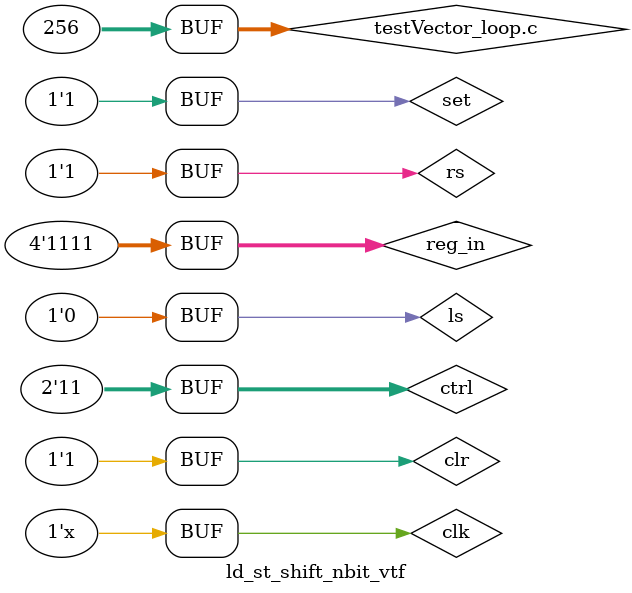
<source format=v>
`timescale 1ns / 1ps


module ld_st_shift_nbit_vtf;

	// Inputs
	reg clk;
	reg clr;
	reg set;
	reg [1:0] ctrl;
	reg ls;
	reg rs;
	reg [3:0] reg_in;
	
	// Outputs
	wire [3:0] reg_out;
	reg [3:0] reg_out_tc;
	reg error;

	//Temporary
	reg [3:0] register;

	// Instantiate the Unit Under Test (UUT)
	ld_st_shift_nbit uut (
		.clk(clk), 
		.clr(clr), 
		.set(set), 
		.ctrl(ctrl), 
		.ls(ls), 
		.rs(rs), 
		.reg_in(reg_in), 
		.reg_out(reg_out)
	);

	initial begin
		clk = 0;
		clr = 1;
		set = 1;
		reg_in = 0;
		ctrl = 0;
		ls = 0;
		rs = 0;
	end
	
	always begin
		//Generate CLOCK signal
		// Wait 100 ns for global reset to finish
		#10 clk = ~clk;

	end
	
	always									
		begin: testVector_loop
		integer c;
		for(c=0;c<256;c=c+1)
		begin: cLoop			//Equations generated by perl script truth_to_equation.pl - equations need simplification eventually
			#20	clr <= ~((c[5]&c[4]&c[3]&c[2]&~c[1]&c[0])|(c[5]&c[4]&c[3]&~c[2]&c[1]&~c[0])|(c[5]&c[4]&c[3]&~c[2]&~c[1]&c[0])|(c[5]&~c[4]&c[3]&c[2]&c[1]&~c[0])|(c[5]&~c[4]&c[3]&c[2]&~c[1]&c[0])|(c[5]&~c[4]&~c[3]&c[2]&c[1]&~c[0])|(c[5]&~c[4]&~c[3]&c[2]&~c[1]&c[0])|(~c[5]&c[4]&c[3]&~c[2]&~c[1]&c[0])|(~c[5]&c[4]&c[3]&~c[2]&~c[1]&~c[0])|(~c[5]&c[4]&~c[3]&c[2]&~c[1]&~c[0])|(~c[5]&~c[4]&c[3]&~c[2]&c[1]&~c[0])|(~c[5]&~c[4]&c[3]&~c[2]&~c[1]&c[0])|(~c[5]&~c[4]&~c[3]&c[2]&~c[1]&c[0]));
					set <= ~((c[5]&c[4]&c[3]&c[2]&~c[1]&c[0])|(c[5]&c[4]&~c[3]&c[2]&c[1]&~c[0])|(c[5]&c[4]&~c[3]&c[2]&~c[1]&c[0])|(c[5]&~c[4]&c[3]&~c[2]&c[1]&~c[0])|(c[5]&~c[4]&c[3]&~c[2]&~c[1]&c[0])|(c[5]&~c[4]&~c[3]&c[2]&c[1]&~c[0])|(c[5]&~c[4]&~c[3]&c[2]&~c[1]&c[0])|(~c[5]&c[4]&c[3]&c[2]&~c[1]&c[0])|(~c[5]&c[4]&c[3]&c[2]&~c[1]&~c[0])|(~c[5]&c[4]&~c[3]&c[2]&~c[1]&~c[0])|(~c[5]&~c[4]&c[3]&c[2]&c[1]&c[0])|(~c[5]&~c[4]&c[3]&c[2]&c[1]&~c[0])|(~c[5]&~c[4]&~c[3]&c[2]&~c[1]&c[0]));
					ls <= ~c[4];
					rs <= c[4]; 
					ctrl[0] <= c[5];
					ctrl[1] <= c[6];
					reg_in <= c[7:4];
		end
		//#250 error=1; //Signal end of run
	end
	
	always@(posedge clk) begin
		if(clr==1'b0) begin reg_out_tc=4'b0000; end
		else if(set==1'b0) begin reg_out_tc=4'b1111; end
		else if(ctrl==2'b00) begin //Store - Output does not change
			if(reg_out_tc==4'b0000) begin reg_out_tc=4'b0000; end
			else if(reg_out_tc==4'b0001) begin reg_out_tc=4'b0001; end
			else if(reg_out_tc==4'b0010) begin reg_out_tc=4'b0010; end
			else if(reg_out_tc==4'b0011) begin reg_out_tc=4'b0011; end
			else if(reg_out_tc==4'b0100) begin reg_out_tc=4'b0100; end
			else if(reg_out_tc==4'b0101) begin reg_out_tc=4'b0101; end
			else if(reg_out_tc==4'b0110) begin reg_out_tc=4'b0110; end
			else if(reg_out_tc==4'b0111) begin reg_out_tc=4'b0111; end
			else if(reg_out_tc==4'b1000) begin reg_out_tc=4'b1000; end
			else if(reg_out_tc==4'b1001) begin reg_out_tc=4'b1001; end
			else if(reg_out_tc==4'b1010) begin reg_out_tc=4'b1010; end
			else if(reg_out_tc==4'b1011) begin reg_out_tc=4'b1011; end
			else if(reg_out_tc==4'b1100) begin reg_out_tc=4'b1100; end
			else if(reg_out_tc==4'b1101) begin reg_out_tc=4'b1101; end
			else if(reg_out_tc==4'b1110) begin reg_out_tc=4'b1110; end
			else if(reg_out_tc==4'b1111) begin reg_out_tc=4'b1111; end
		end	
		else if(ctrl==2'b01) begin //Load
			if(reg_in==4'b0000) begin reg_out_tc=4'b0000; end
			else if(reg_in==4'b0001) begin reg_out_tc=4'b0001; end
			else if(reg_in==4'b0010) begin reg_out_tc=4'b0010; end
			else if(reg_in==4'b0011) begin reg_out_tc=4'b0011; end
			else if(reg_in==4'b0100) begin reg_out_tc=4'b0100; end
			else if(reg_in==4'b0101) begin reg_out_tc=4'b0101; end
			else if(reg_in==4'b0110) begin reg_out_tc=4'b0110; end
			else if(reg_in==4'b0111) begin reg_out_tc=4'b0111; end
			else if(reg_in==4'b1000) begin reg_out_tc=4'b1000; end
			else if(reg_in==4'b1001) begin reg_out_tc=4'b1001; end
			else if(reg_in==4'b1010) begin reg_out_tc=4'b1010; end
			else if(reg_in==4'b1011) begin reg_out_tc=4'b1011; end
			else if(reg_in==4'b1100) begin reg_out_tc=4'b1100; end
			else if(reg_in==4'b1101) begin reg_out_tc=4'b1101; end
			else if(reg_in==4'b1110) begin reg_out_tc=4'b1110; end
			else if(reg_in==4'b1111) begin reg_out_tc=4'b1111; end
		end	
		else if(ctrl==2'b10) begin //left shift
			if(ls==1'b1) begin
				if(reg_out_tc==4'b0000) begin reg_out_tc=4'b0001; end
				else if(reg_out_tc==4'b0001) begin reg_out_tc=4'b0011; end
				else if(reg_out_tc==4'b0010) begin reg_out_tc=4'b0101; end
				else if(reg_out_tc==4'b0011) begin reg_out_tc=4'b0111; end
				else if(reg_out_tc==4'b0100) begin reg_out_tc=4'b1001; end
				else if(reg_out_tc==4'b0101) begin reg_out_tc=4'b1011; end
				else if(reg_out_tc==4'b0110) begin reg_out_tc=4'b1101; end
				else if(reg_out_tc==4'b0111) begin reg_out_tc=4'b1111; end
				else if(reg_out_tc==4'b1000) begin reg_out_tc=4'b0001; end
				else if(reg_out_tc==4'b1001) begin reg_out_tc=4'b0011; end
				else if(reg_out_tc==4'b1010) begin reg_out_tc=4'b0101; end
				else if(reg_out_tc==4'b1011) begin reg_out_tc=4'b0111; end
				else if(reg_out_tc==4'b1100) begin reg_out_tc=4'b1001; end
				else if(reg_out_tc==4'b1101) begin reg_out_tc=4'b1011; end
				else if(reg_out_tc==4'b1110) begin reg_out_tc=4'b1101; end
				else if(reg_out_tc==4'b1111) begin reg_out_tc=4'b1111; end
			end
			else if(ls==1'b0) begin
				if(reg_out_tc==4'b0000) begin reg_out_tc=4'b0000; end
				else if(reg_out_tc==4'b0001) begin reg_out_tc=4'b0010; end
				else if(reg_out_tc==4'b0010) begin reg_out_tc=4'b0100; end
				else if(reg_out_tc==4'b0011) begin reg_out_tc=4'b0110; end
				else if(reg_out_tc==4'b0100) begin reg_out_tc=4'b1000; end
				else if(reg_out_tc==4'b0101) begin reg_out_tc=4'b1010; end
				else if(reg_out_tc==4'b0110) begin reg_out_tc=4'b1100; end
				else if(reg_out_tc==4'b0111) begin reg_out_tc=4'b1110; end
				else if(reg_out_tc==4'b1000) begin reg_out_tc=4'b0000; end
				else if(reg_out_tc==4'b1001) begin reg_out_tc=4'b0010; end
				else if(reg_out_tc==4'b1010) begin reg_out_tc=4'b0100; end
				else if(reg_out_tc==4'b1011) begin reg_out_tc=4'b0110; end
				else if(reg_out_tc==4'b1100) begin reg_out_tc=4'b1000; end
				else if(reg_out_tc==4'b1101) begin reg_out_tc=4'b1010; end
				else if(reg_out_tc==4'b1110) begin reg_out_tc=4'b1100; end
				else if(reg_out_tc==4'b1111) begin reg_out_tc=4'b1110; end
			end
		end
		else if(ctrl==2'b11) begin //Right Shift
			if(rs==2'b1) begin
				if(reg_out_tc==4'b0000) begin reg_out_tc=4'b1000; end
				else if(reg_out_tc==4'b0001) begin reg_out_tc=4'b1000; end
				else if(reg_out_tc==4'b0010) begin reg_out_tc=4'b1001; end
				else if(reg_out_tc==4'b0011) begin reg_out_tc=4'b1001; end
				else if(reg_out_tc==4'b0100) begin reg_out_tc=4'b1010; end
				else if(reg_out_tc==4'b0101) begin reg_out_tc=4'b1010; end
				else if(reg_out_tc==4'b0110) begin reg_out_tc=4'b1011; end
				else if(reg_out_tc==4'b0111) begin reg_out_tc=4'b1011; end
				else if(reg_out_tc==4'b1000) begin reg_out_tc=4'b1100; end
				else if(reg_out_tc==4'b1001) begin reg_out_tc=4'b1100; end
				else if(reg_out_tc==4'b1010) begin reg_out_tc=4'b1101; end
				else if(reg_out_tc==4'b1011) begin reg_out_tc=4'b1101; end
				else if(reg_out_tc==4'b1100) begin reg_out_tc=4'b1110; end
				else if(reg_out_tc==4'b1101) begin reg_out_tc=4'b1110; end
				else if(reg_out_tc==4'b1110) begin reg_out_tc=4'b1111; end
				else if(reg_out_tc==4'b1111) begin reg_out_tc=4'b1111; end
			end
			else if(rs==2'b0) begin
				if(reg_out_tc==4'b0000) begin reg_out_tc=4'b0000; end
				else if(reg_out_tc==4'b0001) begin reg_out_tc=4'b0000; end
				else if(reg_out_tc==4'b0010) begin reg_out_tc=4'b0001; end
				else if(reg_out_tc==4'b0011) begin reg_out_tc=4'b0001; end
				else if(reg_out_tc==4'b0100) begin reg_out_tc=4'b0010; end
				else if(reg_out_tc==4'b0101) begin reg_out_tc=4'b0010; end
				else if(reg_out_tc==4'b0110) begin reg_out_tc=4'b0011; end
				else if(reg_out_tc==4'b0111) begin reg_out_tc=4'b0011; end
				else if(reg_out_tc==4'b1000) begin reg_out_tc=4'b0100; end
				else if(reg_out_tc==4'b1001) begin reg_out_tc=4'b0100; end
				else if(reg_out_tc==4'b1010) begin reg_out_tc=4'b0101; end
				else if(reg_out_tc==4'b1011) begin reg_out_tc=4'b0101; end
				else if(reg_out_tc==4'b1100) begin reg_out_tc=4'b0110; end
				else if(reg_out_tc==4'b1101) begin reg_out_tc=4'b0110; end
				else if(reg_out_tc==4'b1110) begin reg_out_tc=4'b0111; end
				else if(reg_out_tc==4'b1111) begin reg_out_tc=4'b0111; end
			end
		end
		
		# 2 if(reg_out_tc == reg_out) begin error=0; end
		else  begin error=1; end
	end
      
endmodule


</source>
